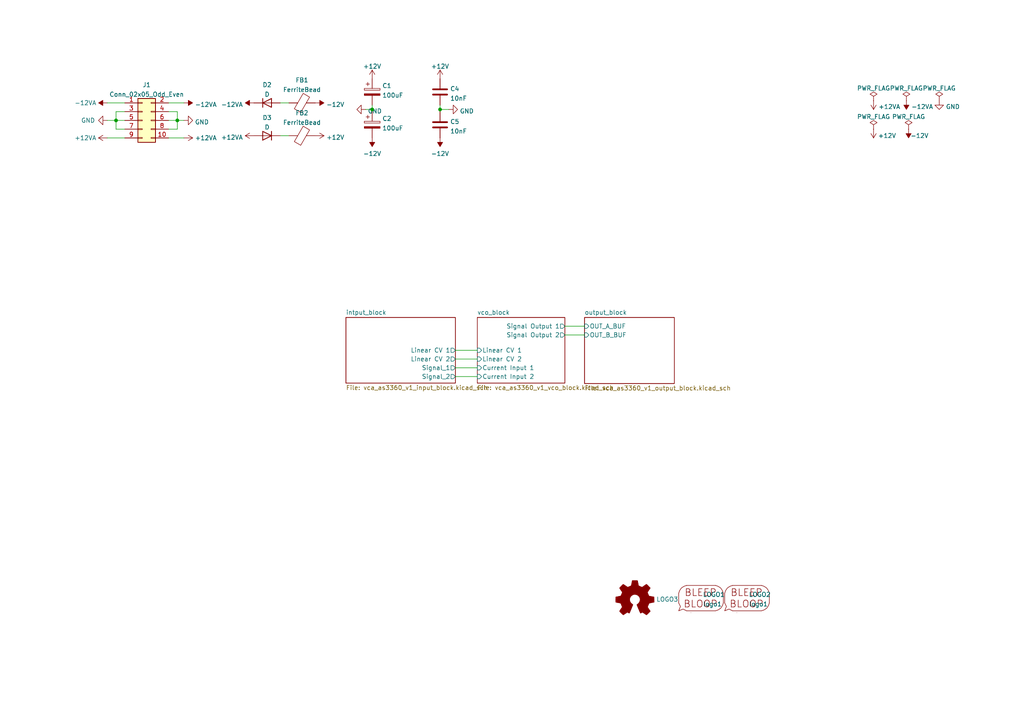
<source format=kicad_sch>
(kicad_sch (version 20211123) (generator eeschema)
  (paper "A4")
  (title_block (title "VCA_AS3360") (date "2022-07-16") (rev "1.0") (company "RobotDialogs"))
  (lib_symbols
    (symbol "Connector_Generic:Conn_02x05_Odd_Even" (pin_names (offset 1.016) hide)
      (property "Reference" "J" (at 1.27 7.62 0))
      (property "Value" "Conn_02x05_Odd_Even" (at 1.27 -7.62 0))
      (symbol "Conn_02x05_Odd_Even_1_1"
        (rectangle (start -1.27 -4.953) (end 0 -5.207) (stroke (width 0.1524)))
        (rectangle (start -1.27 -2.413) (end 0 -2.667) (stroke (width 0.1524)))
        (rectangle (start -1.27 0.127) (end 0 -0.127) (stroke (width 0.1524)))
        (rectangle (start -1.27 2.667) (end 0 2.413) (stroke (width 0.1524)))
        (rectangle (start -1.27 5.207) (end 0 4.953) (stroke (width 0.1524)))
        (rectangle (start -1.27 6.35) (end 3.81 -6.35) (stroke (width 0.254)) (fill (type background)))
        (rectangle (start 3.81 -4.953) (end 2.54 -5.207) (stroke (width 0.1524)))
        (rectangle (start 3.81 -2.413) (end 2.54 -2.667) (stroke (width 0.1524)))
        (rectangle (start 3.81 0.127) (end 2.54 -0.127) (stroke (width 0.1524)))
        (rectangle (start 3.81 2.667) (end 2.54 2.413) (stroke (width 0.1524)))
        (rectangle (start 3.81 5.207) (end 2.54 4.953) (stroke (width 0.1524)))
        (pin passive line (at -5.08 5.08 0) (length 3.81) (name "Pin_1") (number "1"))
        (pin passive line (at 7.62 -5.08 180) (length 3.81) (name "Pin_10") (number "10"))
        (pin passive line (at 7.62 5.08 180) (length 3.81) (name "Pin_2") (number "2"))
        (pin passive line (at -5.08 2.54 0) (length 3.81) (name "Pin_3") (number "3"))
        (pin passive line (at 7.62 2.54 180) (length 3.81) (name "Pin_4") (number "4"))
        (pin passive line (at -5.08 0 0) (length 3.81) (name "Pin_5") (number "5"))
        (pin passive line (at 7.62 0 180) (length 3.81) (name "Pin_6") (number "6"))
        (pin passive line (at -5.08 -2.54 0) (length 3.81) (name "Pin_7") (number "7"))
        (pin passive line (at 7.62 -2.54 180) (length 3.81) (name "Pin_8") (number "8"))
        (pin passive line (at -5.08 -5.08 0) (length 3.81) (name "Pin_9") (number "9"))
      )
    )
    (symbol "Device:C" (pin_numbers hide) (pin_names (offset 0.254))
      (property "Reference" "C" (at 0.635 2.54 0))
      (property "Value" "C" (at 0.635 -2.54 0))
      (symbol "C_0_1"
        (polyline (pts (xy -2.032 -0.762) (xy 2.032 -0.762)) (stroke (width 0.508)))
        (polyline (pts (xy -2.032 0.762) (xy 2.032 0.762)) (stroke (width 0.508)))
      )
      (symbol "C_1_1"
        (pin passive line (at 0 3.81 270) (length 2.794) (name "~") (number "1"))
        (pin passive line (at 0 -3.81 90) (length 2.794) (name "~") (number "2"))
      )
    )
    (symbol "Device:C_Polarized" (pin_numbers hide) (pin_names (offset 0.254))
      (property "Reference" "C" (at 0.635 2.54 0))
      (property "Value" "C_Polarized" (at 0.635 -2.54 0))
      (symbol "C_Polarized_0_1"
        (rectangle (start -2.286 0.508) (end 2.286 1.016))
        (polyline (pts (xy -1.778 2.286) (xy -0.762 2.286)))
        (polyline (pts (xy -1.27 2.794) (xy -1.27 1.778)))
        (rectangle (start 2.286 -0.508) (end -2.286 -1.016) (fill (type outline)))
      )
      (symbol "C_Polarized_1_1"
        (pin passive line (at 0 3.81 270) (length 2.794) (name "~") (number "1"))
        (pin passive line (at 0 -3.81 90) (length 2.794) (name "~") (number "2"))
      )
    )
    (symbol "Device:D" (pin_numbers hide) (pin_names (offset 1.016) hide)
      (property "Reference" "D" (at 0 2.54 0))
      (property "Value" "D" (at 0 -2.54 0))
      (symbol "D_0_1"
        (polyline (pts (xy -1.27 1.27) (xy -1.27 -1.27)) (stroke (width 0.254)))
        (polyline (pts (xy 1.27 0) (xy -1.27 0)))
        (polyline (pts (xy 1.27 1.27) (xy 1.27 -1.27) (xy -1.27 0) (xy 1.27 1.27)) (stroke (width 0.254)))
      )
      (symbol "D_1_1"
        (pin passive line (at -3.81 0 0) (length 2.54) (name "K") (number "1"))
        (pin passive line (at 3.81 0 180) (length 2.54) (name "A") (number "2"))
      )
    )
    (symbol "Device:FerriteBead" (pin_numbers hide) (pin_names (offset 0))
      (property "Reference" "FB" (at -3.81 0.635 90))
      (property "Value" "FerriteBead" (at 3.81 0 90))
      (symbol "FerriteBead_0_1"
        (polyline (pts (xy 0 -1.27) (xy 0 -1.2192)))
        (polyline (pts (xy 0 1.27) (xy 0 1.2954)))
        (polyline (pts (xy -2.7686 0.4064) (xy -1.7018 2.2606) (xy 2.7686 -0.3048) (xy 1.6764 -2.159) (xy -2.7686 0.4064)))
      )
      (symbol "FerriteBead_1_1"
        (pin passive line (at 0 3.81 270) (length 2.54) (name "~") (number "1"))
        (pin passive line (at 0 -3.81 90) (length 2.54) (name "~") (number "2"))
      )
    )
    (symbol "My Stuff:Logo_Open_Hardware_Small" (pin_names (offset 1.016))
      (property "Reference" "LOGO1" (at 0 6.985 0))
      (symbol "Logo_Open_Hardware_Small_0_1"
        (polyline (pts (xy 3.3528 -4.3434) (xy 3.302 -4.318) (xy 3.175 -4.2418) (xy 2.9972 -4.1148) (xy 2.7686 -3.9624) (xy 2.54 -3.81) (xy 2.3622 -3.7084) (xy 2.2352 -3.6068) (xy 2.1844 -3.5814) (xy 2.159 -3.6068) (xy 2.0574 -3.6576) (xy 1.905 -3.7338) (xy 1.8034 -3.7846) (xy 1.6764 -3.8354) (xy 1.6002 -3.8354) (xy 1.6002 -3.8354) (xy 1.5494 -3.7338) (xy 1.4732 -3.5306) (xy 1.3462 -3.302) (xy 1.2446 -3.0226) (xy 1.1176 -2.7178) (xy 0.9652 -2.413) (xy 0.8636 -2.1082) (xy 0.7366 -1.8288) (xy 0.6604 -1.6256) (xy 0.6096 -1.4732) (xy 0.5842 -1.397) (xy 0.5842 -1.397) (xy 0.6604 -1.3208) (xy 0.7874 -1.2446) (xy 1.0414 -1.016) (xy 1.2954 -0.6858) (xy 1.4478 -0.3302) (xy 1.524 0.0762) (xy 1.4732 0.4572) (xy 1.3208 0.8128) (xy 1.0668 1.143) (xy 0.762 1.3716) (xy 0.4064 1.524) (xy 0 1.5748) (xy -0.381 1.5494) (xy -0.7366 1.397) (xy -1.0668 1.143) (xy -1.2192 0.9906) (xy -1.397 0.6604) (xy -1.524 0.3048) (xy -1.524 0.2286) (xy -1.4986 -0.1778) (xy -1.397 -0.5334) (xy -1.1938 -0.8636) (xy -0.9144 -1.143) (xy -0.8636 -1.1684) (xy -0.7366 -1.27) (xy -0.635 -1.3462) (xy -0.5842 -1.397) (xy -1.0668 -2.5908) (xy -1.143 -2.794) (xy -1.2954 -3.1242) (xy -1.397 -3.4036) (xy -1.4986 -3.6322) (xy -1.5748 -3.7846) (xy -1.6002 -3.8354) (xy -1.6002 -3.8354) (xy -1.651 -3.8354) (xy -1.7272 -3.81) (xy -1.905 -3.7338) (xy -2.0066 -3.683) (xy -2.1336 -3.6068) (xy -2.2098 -3.5814) (xy -2.2606 -3.6068) (xy -2.3622 -3.683) (xy -2.54 -3.81) (xy -2.7686 -3.9624) (xy -2.9718 -4.0894) (xy -3.1496 -4.2164) (xy -3.302 -4.318) (xy -3.3528 -4.3434) (xy -3.3782 -4.3434) (xy -3.429 -4.318) (xy -3.5306 -4.2164) (xy -3.7084 -4.064) (xy -3.937 -3.8354) (xy -3.9624 -3.81) (xy -4.1656 -3.6068) (xy -4.318 -3.4544) (xy -4.4196 -3.3274) (xy -4.445 -3.2766) (xy -4.445 -3.2766) (xy -4.4196 -3.2258) (xy -4.318 -3.0734) (xy -4.2164 -2.8956) (xy -4.064 -2.667) (xy -3.6576 -2.0828) (xy -3.8862 -1.5494) (xy -3.937 -1.3716) (xy -4.0386 -1.1684) (xy -4.0894 -1.0414) (xy -4.1148 -0.9652) (xy -4.191 -0.9398) (xy -4.318 -0.9144) (xy -4.5466 -0.8636) (xy -4.8006 -0.8128) (xy -5.0546 -0.7874) (xy -5.2578 -0.7366) (xy -5.4356 -0.7112) (xy -5.5118 -0.6858) (xy -5.5118 -0.6858) (xy -5.5372 -0.635) (xy -5.5372 -0.5588) (xy -5.5372 -0.4318) (xy -5.5626 -0.2286) (xy -5.5626 0.0762) (xy -5.5626 0.127) (xy -5.5372 0.4064) (xy -5.5372 0.635) (xy -5.5372 0.762) (xy -5.5372 0.8382) (xy -5.5372 0.8382) (xy -5.461 0.8382) (xy -5.3086 0.889) (xy -5.08 0.9144) (xy -4.826 0.9652) (xy -4.8006 0.9906) (xy -4.5466 1.0414) (xy -4.318 1.0668) (xy -4.1656 1.1176) (xy -4.0894 1.143) (xy -4.0894 1.143) (xy -4.0386 1.2446) (xy -3.9624 1.4224) (xy -3.8608 1.6256) (xy -3.7846 1.8288) (xy -3.7084 2.0066) (xy -3.6576 2.159) (xy -3.6322 2.2098) (xy -3.6322 2.2098) (xy -3.683 2.286) (xy -3.7592 2.413) (xy -3.8862 2.5908) (xy -4.064 2.8194) (xy -4.064 2.8448) (xy -4.2164 3.0734) (xy -4.3434 3.2512) (xy -4.4196 3.3782) (xy -4.445 3.4544) (xy -4.445 3.4544) (xy -4.3942 3.5052) (xy -4.2926 3.6322) (xy -4.1148 3.81) (xy -3.937 4.0132) (xy -3.8608 4.064) (xy -3.6576 4.2926) (xy -3.5052 4.4196) (xy -3.4036 4.4958) (xy -3.3528 4.5212) (xy -3.3528 4.5212) (xy -3.302 4.4704) (xy -3.1496 4.3688) (xy -2.9718 4.2418) (xy -2.7432 4.0894) (xy -2.7178 4.0894) (xy -2.4892 3.937) (xy -2.3114 3.81) (xy -2.1844 3.7084) (xy -2.1336 3.683) (xy -2.1082 3.683) (xy -2.032 3.7084) (xy -1.8542 3.7592) (xy -1.6764 3.8354) (xy -1.4732 3.937) (xy -1.27 4.0132) (xy -1.143 4.064) (xy -1.0668 4.1148) (xy -1.0668 4.1148) (xy -1.0414 4.191) (xy -1.016 4.3434) (xy -0.9652 4.572) (xy -0.9144 4.8514) (xy -0.889 4.9022) (xy -0.8382 5.1562) (xy -0.8128 5.3848) (xy -0.7874 5.5372) (xy -0.762 5.588) (xy -0.7112 5.6134) (xy -0.5842 5.6134) (xy -0.4064 5.6134) (xy -0.1524 5.6134) (xy 0.0762 5.6134) (xy 0.3302 5.6134) (xy 0.5334 5.6134) (xy 0.6858 5.588) (xy 0.7366 5.588) (xy 0.7366 5.588) (xy 0.762 5.5118) (xy 0.8128 5.334) (xy 0.8382 5.1054) (xy 0.9144 4.826) (xy 0.9144 4.7752) (xy 0.9652 4.5212) (xy 1.016 4.2926) (xy 1.0414 4.1402) (xy 1.0668 4.0894) (xy 1.0668 4.0894) (xy 1.1938 4.0386) (xy 1.3716 3.9624) (xy 1.5748 3.8608) (xy 2.0828 3.6576) (xy 2.7178 4.0894) (xy 2.7686 4.1402) (xy 2.9972 4.2926) (xy 3.175 4.4196) (xy 3.302 4.4958) (xy 3.3782 4.5212) (xy 3.3782 4.5212) (xy 3.429 4.4704) (xy 3.556 4.3434) (xy 3.7338 4.191) (xy 3.9116 3.9878) (xy 4.064 3.8354) (xy 4.2418 3.6576) (xy 4.3434 3.556) (xy 4.4196 3.4798) (xy 4.4196 3.429) (xy 4.4196 3.4036) (xy 4.3942 3.3274) (xy 4.2926 3.2004) (xy 4.1656 2.9972) (xy 4.0132 2.794) (xy 3.8862 2.5908) (xy 3.7592 2.3876) (xy 3.6576 2.2352) (xy 3.6322 2.159) (xy 3.6322 2.1336) (xy 3.683 2.0066) (xy 3.7592 1.8288) (xy 3.8608 1.6002) (xy 4.064 1.1176) (xy 4.3942 1.0414) (xy 4.5974 1.016) (xy 4.8768 0.9652) (xy 5.1308 0.9144) (xy 5.5372 0.8382) (xy 5.5626 -0.6604) (xy 5.4864 -0.6858) (xy 5.4356 -0.6858) (xy 5.2832 -0.7366) (xy 5.0546 -0.762) (xy 4.8006 -0.8128) (xy 4.5974 -0.8636) (xy 4.3688 -0.9144) (xy 4.2164 -0.9398) (xy 4.1402 -0.9398) (xy 4.1148 -0.9652) (xy 4.064 -1.0668) (xy 3.9878 -1.2446) (xy 3.9116 -1.4478) (xy 3.81 -1.651) (xy 3.7338 -1.8542) (xy 3.683 -2.0066) (xy 3.6576 -2.0828) (xy 3.683 -2.1336) (xy 3.7846 -2.2606) (xy 3.8862 -2.4638) (xy 4.0386 -2.667) (xy 4.191 -2.8956) (xy 4.318 -3.0734) (xy 4.3942 -3.2004) (xy 4.445 -3.2766) (xy 4.4196 -3.3274) (xy 4.3434 -3.429) (xy 4.1656 -3.5814) (xy 3.937 -3.8354) (xy 3.8862 -3.8608) (xy 3.683 -4.064) (xy 3.5306 -4.2164) (xy 3.4036 -4.318) (xy 3.3528 -4.3434)) (fill (type outline)))
      )
    )
    (symbol "My Stuff:logo1" (pin_names (offset 1.016))
      (property "Reference" "LOGO" (at 0 -4.826 0))
      (property "Value" "logo1" (at 0 4.826 0))
      (symbol "logo1_0_0"
        (text "" (at -1.27 1.27 0) (effects (font (size 1.27 1.27))))
        (text "BLEEP" (at 0 1.524 0) (effects (font (size 2 2))))
        (text "BLOOP" (at 0 -1.778 0) (effects (font (size 2 2))))
      )
      (symbol "logo1_0_1"
        (rectangle (start -2.794 -4.318) (end -2.794 -4.318) (stroke (width 0.1524)))
        (polyline (pts (xy -6.35 1.27) (xy -6.35 -1.524)) (stroke (width 0.1524)))
        (polyline (pts (xy -4.064 -3.81) (xy 4.318 -3.81)) (stroke (width 0.1524)))
        (polyline (pts (xy -4.064 3.556) (xy 4.318 3.556)) (stroke (width 0.1524)))
        (polyline (pts (xy 6.604 1.27) (xy 6.604 -1.524)) (stroke (width 0.1524)))
        (polyline (pts (xy -6.35 1.27) (xy -6.096 2.032) (xy -5.588 2.794) (xy -4.826 3.302) (xy -4.064 3.556)) (stroke (width 0.1524)))
        (polyline (pts (xy -4.064 -3.81) (xy -5.08 -3.302) (xy -6.35 -3.81) (xy -5.842 -2.54) (xy -6.35 -1.524)) (stroke (width 0.1524)))
        (polyline (pts (xy 4.318 3.556) (xy 5.08 3.302) (xy 5.842 2.794) (xy 6.35 2.032) (xy 6.604 1.27)) (stroke (width 0.1524)))
        (polyline (pts (xy 6.604 -1.524) (xy 6.35 -2.286) (xy 5.842 -3.048) (xy 5.08 -3.556) (xy 4.318 -3.81)) (stroke (width 0.1524)))
      )
    )
    (symbol "power:+12V" (power) (pin_names (offset 0))
      (property "Value" "+12V" (at 0 3.556 0))
      (symbol "+12V_0_1"
        (polyline (pts (xy -0.762 1.27) (xy 0 2.54)))
        (polyline (pts (xy 0 0) (xy 0 2.54)))
        (polyline (pts (xy 0 2.54) (xy 0.762 1.27)))
      )
      (symbol "+12V_1_1"
        (pin power_in line (at 0 0 90) (length 0) hide (name "+12V") (number "1"))
      )
    )
    (symbol "power:+12VA" (power) (pin_names (offset 0))
      (property "Value" "+12VA" (at 0 3.556 0))
      (symbol "+12VA_0_1"
        (polyline (pts (xy -0.762 1.27) (xy 0 2.54)))
        (polyline (pts (xy 0 0) (xy 0 2.54)))
        (polyline (pts (xy 0 2.54) (xy 0.762 1.27)))
      )
      (symbol "+12VA_1_1"
        (pin power_in line (at 0 0 90) (length 0) hide (name "+12VA") (number "1"))
      )
    )
    (symbol "power:-12V" (power) (pin_names (offset 0))
      (property "Value" "-12V" (at 0 3.81 0))
      (symbol "-12V_0_0"
        (pin power_in line (at 0 0 90) (length 0) hide (name "-12V") (number "1"))
      )
      (symbol "-12V_0_1"
        (polyline (pts (xy 0 0) (xy 0 1.27) (xy 0.762 1.27) (xy 0 2.54) (xy -0.762 1.27) (xy 0 1.27)) (fill (type outline)))
      )
    )
    (symbol "power:-12VA" (power) (pin_names (offset 0))
      (property "Value" "-12VA" (at 0 3.556 0))
      (symbol "-12VA_0_0"
        (pin power_in line (at 0 0 90) (length 0) hide (name "-12VA") (number "1"))
      )
      (symbol "-12VA_0_1"
        (polyline (pts (xy 0 0) (xy 0 1.27) (xy 0.762 1.27) (xy 0 2.54) (xy -0.762 1.27) (xy 0 1.27)) (fill (type outline)))
      )
    )
    (symbol "power:GND" (power) (pin_names (offset 0))
      (property "Value" "GND" (at 0 -3.81 0))
      (symbol "GND_0_1"
        (polyline (pts (xy 0 0) (xy 0 -1.27) (xy 1.27 -1.27) (xy 0 -2.54) (xy -1.27 -1.27) (xy 0 -1.27)))
      )
      (symbol "GND_1_1"
        (pin power_in line (at 0 0 270) (length 0) hide (name "GND") (number "1"))
      )
    )
    (symbol "power:PWR_FLAG" (power) (pin_numbers hide) (pin_names (offset 0) hide)
      (property "Value" "PWR_FLAG" (at 0 3.81 0))
      (symbol "PWR_FLAG_0_0"
        (pin power_out line (at 0 0 90) (length 0) (name "pwr") (number "1"))
      )
      (symbol "PWR_FLAG_0_1"
        (polyline (pts (xy 0 0) (xy 0 1.27) (xy -1.016 1.905) (xy 0 2.54) (xy 1.016 1.905) (xy 0 1.27)))
      )
    )
  )
  (junction (at 51.435 34.925))
  (junction (at 33.655 34.925))
  (junction (at 127.635 31.75))
  (junction (at 107.95 31.75))
  (wire (pts (xy 81.28 29.845) (xy 83.82 29.845)))
  (wire (pts (xy 107.95 31.75) (xy 107.95 32.385)))
  (wire (pts (xy 106.045 31.75) (xy 107.95 31.75)))
  (wire (pts (xy 132.08 101.6) (xy 138.43 101.6)))
  (wire (pts (xy 33.655 32.385) (xy 33.655 34.925)))
  (wire (pts (xy 36.195 32.385) (xy 33.655 32.385)))
  (wire (pts (xy 51.435 34.925) (xy 51.435 37.465)))
  (wire (pts (xy 163.83 94.615) (xy 169.545 94.615)))
  (wire (pts (xy 127.635 31.75) (xy 130.175 31.75)))
  (wire (pts (xy 132.08 106.68) (xy 138.43 106.68)))
  (wire (pts (xy 31.115 29.845) (xy 36.195 29.845)))
  (wire (pts (xy 163.83 97.155) (xy 169.545 97.155)))
  (wire (pts (xy 33.655 34.925) (xy 36.195 34.925)))
  (wire (pts (xy 132.08 109.22) (xy 138.43 109.22)))
  (wire (pts (xy 48.895 29.845) (xy 53.34 29.845)))
  (wire (pts (xy 48.895 32.385) (xy 51.435 32.385)))
  (wire (pts (xy 33.655 34.925) (xy 33.655 37.465)))
  (wire (pts (xy 127.635 31.75) (xy 127.635 32.385)))
  (wire (pts (xy 51.435 34.925) (xy 53.34 34.925)))
  (wire (pts (xy 51.435 32.385) (xy 51.435 34.925)))
  (wire (pts (xy 81.28 39.37) (xy 83.82 39.37)))
  (wire (pts (xy 51.435 37.465) (xy 48.895 37.465)))
  (wire (pts (xy 132.08 104.14) (xy 138.43 104.14)))
  (wire (pts (xy 127.635 30.48) (xy 127.635 31.75)))
  (wire (pts (xy 33.655 37.465) (xy 36.195 37.465)))
  (wire (pts (xy 48.895 40.005) (xy 53.34 40.005)))
  (wire (pts (xy 31.115 34.925) (xy 33.655 34.925)))
  (wire (pts (xy 48.895 34.925) (xy 51.435 34.925)))
  (wire (pts (xy 36.195 40.005) (xy 31.115 40.005)))
  (wire (pts (xy 107.95 30.48) (xy 107.95 31.75)))
  (symbol (lib_id "Device:D") (at 77.47 29.845 0) (unit 1)
    (property "Reference" "D2" (at 77.47 24.6085 0))
    (property "Value" "D" (at 77.47 27.3836 0))
    (property "Footprint" "Diode_THT:D_A-405_P2.54mm_Vertical_KathodeUp" (effects hide))
  )
  (symbol (lib_id "Device:C_Polarized") (at 107.95 26.67 0) (unit 1)
    (property "Reference" "C1" (at 110.871 24.8725 0) (effects (justify left)))
    (property "Value" "100uF" (at 110.871 27.6476 0) (effects (justify left)))
    (property "Footprint" "Capacitor_THT:CP_Radial_D5.0mm_P2.50mm" (effects hide))
  )
  (symbol (lib_id "power:+12VA") (at 31.115 40.005 90) (unit 1)
    (property "Reference" "#PWR0106" (effects hide))
    (property "Value" "+12VA" (at 21.59 40.005 90) (effects (justify right)))
  )
  (symbol (lib_id "power:-12VA") (at 262.89 29.21 180) (unit 1)
    (property "Reference" "#PWR0126" (effects hide))
    (property "Value" "-12VA" (at 264.287 30.959 0) (effects (justify right)))
  )
  (symbol (lib_id "power:+12V") (at 107.95 22.86 0) (unit 1)
    (property "Reference" "#PWR0130" (effects hide))
    (property "Value" "+12V" (at 107.95 19.2555 0))
  )
  (symbol (lib_id "Connector_Generic:Conn_02x05_Odd_Even") (at 41.275 34.925 0) (unit 1)
    (property "Reference" "J1" (at 42.545 24.6085 0))
    (property "Value" "Conn_02x05_Odd_Even" (at 42.545 27.3836 0))
    (property "Footprint" "Connector_IDC:IDC-Header_2x05_P2.54mm_Vertical" (effects hide))
  )
  (symbol (lib_id "Device:C") (at 127.635 26.67 0) (unit 1)
    (property "Reference" "C4" (at 130.556 25.7615 0) (effects (justify left)))
    (property "Value" "10nF" (at 130.556 28.5366 0) (effects (justify left)))
    (property "Footprint" "Capacitor_SMD:C_1206_3216Metric_Pad1.33x1.80mm_HandSolder" (effects hide))
  )
  (symbol (lib_id "My Stuff:Logo_Open_Hardware_Small") (at 184.15 173.99 0) (unit 1)
    (property "Reference" "LOGO3" (at 190.3476 173.834 0) (effects (justify left)))
    (property "Value" "Logo_Open_Hardware_Small" (effects hide))
    (property "Footprint" "Symbol:OSHW-Symbol_6.7x6mm_SilkScreen" (effects hide))
  )
  (symbol (lib_id "power:-12V") (at 107.95 40.005 180) (unit 1)
    (property "Reference" "#PWR0122" (effects hide))
    (property "Value" "-12V" (at 107.95 44.5675 0))
  )
  (symbol (lib_id "power:+12V") (at 91.44 39.37 270) (unit 1)
    (property "Reference" "#PWR0112" (effects hide))
    (property "Value" "+12V" (at 94.615 39.849 90) (effects (justify left)))
  )
  (symbol (lib_id "power:-12VA") (at 31.115 29.845 90) (unit 1)
    (property "Reference" "#PWR0105" (effects hide))
    (property "Value" "-12VA" (at 21.59 29.845 90) (effects (justify right)))
  )
  (symbol (lib_id "power:-12V") (at 263.525 37.465 180) (unit 1)
    (property "Reference" "#PWR0127" (effects hide))
    (property "Value" "-12V" (at 266.7 39.37 0))
  )
  (symbol (lib_id "Device:C_Polarized") (at 107.95 36.195 0) (unit 1)
    (property "Reference" "C2" (at 110.871 34.3975 0) (effects (justify left)))
    (property "Value" "100uF" (at 110.871 37.1726 0) (effects (justify left)))
    (property "Footprint" "Capacitor_THT:CP_Radial_D5.0mm_P2.50mm" (effects hide))
  )
  (symbol (lib_id "power:PWR_FLAG") (at 253.365 37.465 0) (unit 1)
    (property "Reference" "#FLG0102" (effects hide))
    (property "Value" "PWR_FLAG" (at 253.365 33.8605 0))
  )
  (symbol (lib_id "Device:C") (at 127.635 36.195 0) (unit 1)
    (property "Reference" "C5" (at 130.556 35.2865 0) (effects (justify left)))
    (property "Value" "10nF" (at 130.556 38.0616 0) (effects (justify left)))
    (property "Footprint" "Capacitor_SMD:C_1206_3216Metric_Pad1.33x1.80mm_HandSolder" (effects hide))
  )
  (symbol (lib_id "Device:FerriteBead") (at 87.63 29.845 90) (unit 1)
    (property "Reference" "FB1" (at 87.5792 23.2369 90))
    (property "Value" "FerriteBead" (at 87.5792 26.012 90))
    (property "Footprint" "Inductor_THT:L_Axial_L6.6mm_D2.7mm_P2.54mm_Vertical_Vishay_IM-2" (effects hide))
  )
  (symbol (lib_id "power:+12V") (at 253.365 37.465 180) (unit 1)
    (property "Reference" "#PWR0124" (effects hide))
    (property "Value" "+12V" (at 254.635 39.37 0) (effects (justify right)))
  )
  (symbol (lib_id "power:+12VA") (at 253.365 29.21 180) (unit 1)
    (property "Reference" "#PWR0125" (effects hide))
    (property "Value" "+12VA" (at 254.762 30.959 0) (effects (justify right)))
  )
  (symbol (lib_id "power:PWR_FLAG") (at 272.415 29.21 0) (unit 1)
    (property "Reference" "#FLG0103" (effects hide))
    (property "Value" "PWR_FLAG" (at 272.415 25.6055 0))
  )
  (symbol (lib_id "power:-12VA") (at 73.66 29.845 90) (unit 1)
    (property "Reference" "#PWR0107" (effects hide))
    (property "Value" "-12VA" (at 70.485 30.324 90) (effects (justify left)))
  )
  (symbol (lib_id "power:PWR_FLAG") (at 253.365 29.21 0) (unit 1)
    (property "Reference" "#FLG0101" (effects hide))
    (property "Value" "PWR_FLAG" (at 253.365 25.6055 0))
  )
  (symbol (lib_id "power:GND") (at 130.175 31.75 90) (unit 1)
    (property "Reference" "#PWR0121" (effects hide))
    (property "Value" "GND" (at 133.35 32.229 90) (effects (justify right)))
  )
  (symbol (lib_id "power:PWR_FLAG") (at 262.89 29.21 0) (unit 1)
    (property "Reference" "#FLG0104" (effects hide))
    (property "Value" "PWR_FLAG" (at 262.89 25.6055 0))
  )
  (symbol (lib_id "power:GND") (at 53.34 34.925 90) (unit 1)
    (property "Reference" "#PWR0111" (effects hide))
    (property "Value" "GND" (at 56.515 35.404 90) (effects (justify right)))
  )
  (symbol (lib_id "Device:FerriteBead") (at 87.63 39.37 90) (unit 1)
    (property "Reference" "FB2" (at 87.5792 32.7619 90))
    (property "Value" "FerriteBead" (at 87.5792 35.537 90))
    (property "Footprint" "Inductor_THT:L_Axial_L6.6mm_D2.7mm_P2.54mm_Vertical_Vishay_IM-2" (effects hide))
  )
  (symbol (lib_id "power:+12VA") (at 73.66 39.37 90) (unit 1)
    (property "Reference" "#PWR0108" (effects hide))
    (property "Value" "+12VA" (at 70.485 39.849 90) (effects (justify left)))
  )
  (symbol (lib_id "power:+12V") (at 127.635 22.86 0) (unit 1)
    (property "Reference" "#PWR0129" (effects hide))
    (property "Value" "+12V" (at 127.635 19.2555 0))
  )
  (symbol (lib_id "power:-12V") (at 91.44 29.845 270) (unit 1)
    (property "Reference" "#PWR0113" (effects hide))
    (property "Value" "-12V" (at 94.615 30.324 90) (effects (justify left)))
  )
  (symbol (lib_id "My Stuff:logo1") (at 216.535 173.355 0) (unit 1)
    (property "Reference" "LOGO2" (at 217.17 172.4465 0) (effects (justify left)))
    (property "Value" "logo1" (at 217.17 175.2216 0) (effects (justify left)))
    (property "Footprint" "My Stuff:Logo2" (effects hide))
  )
  (symbol (lib_id "power:GND") (at 106.045 31.75 270) (unit 1)
    (property "Reference" "#PWR0123" (effects hide))
    (property "Value" "GND" (at 106.68 32.229 90) (effects (justify left)))
  )
  (symbol (lib_id "power:-12VA") (at 53.34 29.845 270) (unit 1)
    (property "Reference" "#PWR0109" (effects hide))
    (property "Value" "-12VA" (at 56.515 30.324 90) (effects (justify left)))
  )
  (symbol (lib_id "power:+12VA") (at 53.34 40.005 270) (unit 1)
    (property "Reference" "#PWR0110" (effects hide))
    (property "Value" "+12VA" (at 56.515 40.005 90) (effects (justify left)))
  )
  (symbol (lib_id "power:GND") (at 272.415 29.21 0) (unit 1)
    (property "Reference" "#PWR0128" (effects hide))
    (property "Value" "GND" (at 274.32 30.959 0) (effects (justify left)))
  )
  (symbol (lib_id "power:PWR_FLAG") (at 263.525 37.465 0) (unit 1)
    (property "Reference" "#FLG0105" (effects hide))
    (property "Value" "PWR_FLAG" (at 263.525 33.8605 0))
  )
  (symbol (lib_id "Device:D") (at 77.47 39.37 180) (unit 1)
    (property "Reference" "D3" (at 77.47 34.1335 0))
    (property "Value" "D" (at 77.47 36.9086 0))
    (property "Footprint" "Diode_THT:D_A-405_P2.54mm_Vertical_KathodeUp" (effects hide))
  )
  (symbol (lib_id "My Stuff:logo1") (at 203.2 173.355 0) (unit 1)
    (property "Reference" "LOGO1" (at 203.835 172.4465 0) (effects (justify left)))
    (property "Value" "logo1" (at 203.835 175.2216 0) (effects (justify left)))
    (property "Footprint" "My Stuff:Logo1" (effects hide))
  )
  (symbol (lib_id "power:-12V") (at 127.635 40.005 180) (unit 1)
    (property "Reference" "#PWR0120" (effects hide))
    (property "Value" "-12V" (at 127.635 44.5675 0))
  )
  (symbol (lib_id "power:GND") (at 31.115 34.925 270) (unit 1)
    (property "Reference" "#PWR0104" (effects hide))
    (property "Value" "GND" (at 23.495 34.925 90) (effects (justify left)))
  )
  (sheet (at 169.545 92.075) (size 26.035 19.177) (stroke (width 0.1524))
    (property "Sheet name" "output_block" (at 169.545 91.3634 0) (effects (justify left bottom)))
    (property "Sheet file" "vca_as3360_v1_output_block.kicad_sch" (at 169.545 111.8366 0) (effects (justify left top)))
    (pin "OUT_A_BUF" input (at 169.545 94.615 180))
    (pin "OUT_B_BUF" input (at 169.545 97.155 180))
  )
  (sheet (at 138.43 92.075) (size 25.4 19.05) (stroke (width 0.1524))
    (property "Sheet name" "vco_block" (at 138.43 91.3634 0) (effects (justify left bottom)))
    (property "Sheet file" "vca_as3360_v1_vco_block.kicad_sch" (at 138.43 111.7096 0) (effects (justify left top)))
    (pin "Current Input 1" input (at 138.43 106.68 180))
    (pin "Linear CV 1" input (at 138.43 101.6 180))
    (pin "Signal Output 1" output (at 163.83 94.615 0))
    (pin "Current Input 2" input (at 138.43 109.22 180))
    (pin "Linear CV 2" input (at 138.43 104.14 180))
    (pin "Signal Output 2" output (at 163.83 97.155 0))
  )
  (sheet (at 100.33 92.075) (size 31.75 19.05) (stroke (width 0.1524))
    (property "Sheet name" "intput_block" (at 100.33 91.3634 0) (effects (justify left bottom)))
    (property "Sheet file" "vca_as3360_v1_input_block.kicad_sch" (at 100.33 111.7096 0) (effects (justify left top)))
    (pin "Linear CV 2" output (at 132.08 104.14 0))
    (pin "Linear CV 1" output (at 132.08 101.6 0))
    (pin "Signal_1" output (at 132.08 106.68 0))
    (pin "Signal_2" output (at 132.08 109.22 0))
  )
)
</source>
